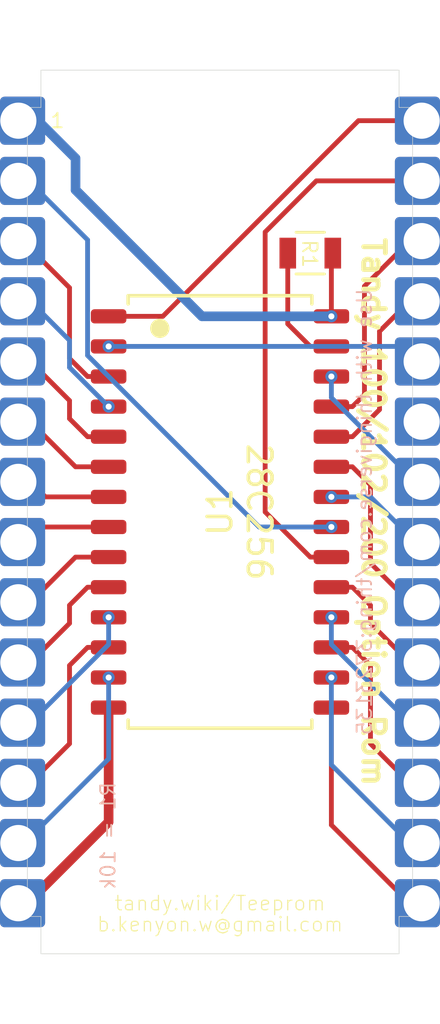
<source format=kicad_pcb>
(kicad_pcb (version 20171130) (host pcbnew 5.1.2-f72e74a~84~ubuntu19.04.1)

  (general
    (thickness 1.6)
    (drawings 18)
    (tracks 120)
    (zones 0)
    (modules 3)
    (nets 30)
  )

  (page A4)
  (layers
    (0 Top signal)
    (31 Bottom signal)
    (32 B.Adhes user)
    (33 F.Adhes user)
    (34 B.Paste user)
    (35 F.Paste user)
    (36 B.SilkS user)
    (37 F.SilkS user)
    (38 B.Mask user)
    (39 F.Mask user)
    (40 Dwgs.User user hide)
    (41 Cmts.User user hide)
    (42 Eco1.User user hide)
    (43 Eco2.User user hide)
    (44 Edge.Cuts user)
    (45 Margin user hide)
    (46 B.CrtYd user hide)
    (47 F.CrtYd user hide)
    (48 B.Fab user hide)
    (49 F.Fab user hide)
  )

  (setup
    (last_trace_width 0.2032)
    (user_trace_width 0.2032)
    (user_trace_width 0.4064)
    (trace_clearance 0.2032)
    (zone_clearance 0.508)
    (zone_45_only no)
    (trace_min 0.1524)
    (via_size 0.508)
    (via_drill 0.254)
    (via_min_size 0.508)
    (via_min_drill 0.254)
    (user_via 0.508 0.254)
    (uvia_size 0.508)
    (uvia_drill 0.254)
    (uvias_allowed no)
    (uvia_min_size 0.508)
    (uvia_min_drill 0.1524)
    (edge_width 0.0254)
    (segment_width 0.2032)
    (pcb_text_width 0.254)
    (pcb_text_size 1.2192 1.2192)
    (mod_edge_width 0.0254)
    (mod_text_size 0.4572 0.4572)
    (mod_text_width 0.0254)
    (pad_size 1.905 2.032)
    (pad_drill 1.524)
    (pad_to_mask_clearance 0)
    (aux_axis_origin 0 0)
    (grid_origin 147.2184 99.187)
    (visible_elements FFFFFF7F)
    (pcbplotparams
      (layerselection 0x010fc_ffffffff)
      (usegerberextensions false)
      (usegerberattributes false)
      (usegerberadvancedattributes false)
      (creategerberjobfile false)
      (excludeedgelayer true)
      (linewidth 0.100000)
      (plotframeref false)
      (viasonmask false)
      (mode 1)
      (useauxorigin false)
      (hpglpennumber 1)
      (hpglpenspeed 20)
      (hpglpendiameter 15.000000)
      (psnegative false)
      (psa4output false)
      (plotreference true)
      (plotvalue true)
      (plotinvisibletext false)
      (padsonsilk false)
      (subtractmaskfromsilk false)
      (outputformat 1)
      (mirror false)
      (drillshape 1)
      (scaleselection 1)
      (outputdirectory ""))
  )

  (net 0 "")
  (net 1 /+5V)
  (net 2 /D3)
  (net 3 /A10)
  (net 4 /D4)
  (net 5 /A7)
  (net 6 /D5)
  (net 7 /A6)
  (net 8 /D6)
  (net 9 /A5)
  (net 10 /D7)
  (net 11 /A4)
  (net 12 /A11)
  (net 13 /A3)
  (net 14 /~OE)
  (net 15 /A2)
  (net 16 /A13)
  (net 17 /A1)
  (net 18 "Net-(J1-Pad23)")
  (net 19 /A0)
  (net 20 /A12)
  (net 21 /D0)
  (net 22 /A9)
  (net 23 /D1)
  (net 24 /A8)
  (net 25 /D2)
  (net 26 /~CE)
  (net 27 /GND)
  (net 28 /A14)
  (net 29 /~WE)

  (net_class Default "This is the default net class."
    (clearance 0.2032)
    (trace_width 0.2032)
    (via_dia 0.508)
    (via_drill 0.254)
    (uvia_dia 0.508)
    (uvia_drill 0.254)
    (diff_pair_width 0.2032)
    (diff_pair_gap 0.254)
    (add_net /+5V)
    (add_net /A0)
    (add_net /A1)
    (add_net /A10)
    (add_net /A11)
    (add_net /A12)
    (add_net /A13)
    (add_net /A14)
    (add_net /A2)
    (add_net /A3)
    (add_net /A4)
    (add_net /A5)
    (add_net /A6)
    (add_net /A7)
    (add_net /A8)
    (add_net /A9)
    (add_net /D0)
    (add_net /D1)
    (add_net /D2)
    (add_net /D3)
    (add_net /D4)
    (add_net /D5)
    (add_net /D6)
    (add_net /D7)
    (add_net /GND)
    (add_net /~CE)
    (add_net /~OE)
    (add_net /~WE)
    (add_net "Net-(J1-Pad23)")
  )

  (module 000_LOCAL:SOIC-28W (layer Top) (tedit 5D301076) (tstamp 5D21E664)
    (at 147.2184 99.187)
    (descr "28-Lead Plastic Small Outline (SO) - Wide, 7.50 mm Body [SOIC] (see Microchip Packaging Specification 00000049BS.pdf)")
    (tags "SOIC 1.27")
    (path /5D231C6F)
    (attr smd)
    (fp_text reference U1 (at 0 0 -90) (layer F.SilkS)
      (effects (font (size 1 1) (thickness 0.15)))
    )
    (fp_text value 28C256 (at 0 1.27 180) (layer F.Fab)
      (effects (font (size 1 1) (thickness 0.15)))
    )
    (fp_circle (center -2.54 -7.747) (end -2.3368 -7.747) (layer F.SilkS) (width 0.4064))
    (fp_text user %R (at 0 0) (layer F.Fab)
      (effects (font (size 1 1) (thickness 0.15)))
    )
    (fp_line (start -2.75 -8.95) (end 3.75 -8.95) (layer F.Fab) (width 0.15))
    (fp_line (start 3.75 -8.95) (end 3.75 8.95) (layer F.Fab) (width 0.15))
    (fp_line (start 3.75 8.95) (end -3.75 8.95) (layer F.Fab) (width 0.15))
    (fp_line (start -3.75 8.95) (end -3.75 -7.95) (layer F.Fab) (width 0.15))
    (fp_line (start -3.75 -7.95) (end -2.75 -8.95) (layer F.Fab) (width 0.15))
    (fp_line (start -5.95 -9.3) (end -5.95 9.3) (layer F.CrtYd) (width 0.05))
    (fp_line (start 5.95 -9.3) (end 5.95 9.3) (layer F.CrtYd) (width 0.05))
    (fp_line (start -5.95 -9.3) (end 5.95 -9.3) (layer F.CrtYd) (width 0.05))
    (fp_line (start -5.95 9.3) (end 5.95 9.3) (layer F.CrtYd) (width 0.05))
    (fp_line (start -3.875 -9.125) (end -3.875 -8.78) (layer F.SilkS) (width 0.15))
    (fp_line (start 3.875 -9.125) (end 3.875 -8.78) (layer F.SilkS) (width 0.15))
    (fp_line (start 3.875 9.125) (end 3.875 8.78) (layer F.SilkS) (width 0.15))
    (fp_line (start -3.875 9.125) (end -3.875 8.78) (layer F.SilkS) (width 0.15))
    (fp_line (start -3.875 -9.125) (end 3.875 -9.125) (layer F.SilkS) (width 0.15))
    (fp_line (start -3.875 9.125) (end 3.875 9.125) (layer F.SilkS) (width 0.15))
    (fp_text user 28C256 (at 1.651 0 270 unlocked) (layer F.SilkS)
      (effects (font (size 1 1) (thickness 0.15)))
    )
    (pad 1 smd roundrect (at -4.7 -8.255) (size 1.5 0.6) (layers Top F.Paste F.Mask) (roundrect_rratio 0.25)
      (net 28 /A14))
    (pad 2 smd roundrect (at -4.7 -6.985) (size 1.5 0.6) (layers Top F.Paste F.Mask) (roundrect_rratio 0.25)
      (net 20 /A12))
    (pad 3 smd roundrect (at -4.7 -5.715) (size 1.5 0.6) (layers Top F.Paste F.Mask) (roundrect_rratio 0.25)
      (net 5 /A7))
    (pad 4 smd roundrect (at -4.7 -4.445) (size 1.5 0.6) (layers Top F.Paste F.Mask) (roundrect_rratio 0.25)
      (net 7 /A6))
    (pad 5 smd roundrect (at -4.7 -3.175) (size 1.5 0.6) (layers Top F.Paste F.Mask) (roundrect_rratio 0.25)
      (net 9 /A5))
    (pad 6 smd roundrect (at -4.7 -1.905) (size 1.5 0.6) (layers Top F.Paste F.Mask) (roundrect_rratio 0.25)
      (net 11 /A4))
    (pad 7 smd roundrect (at -4.7 -0.635) (size 1.5 0.6) (layers Top F.Paste F.Mask) (roundrect_rratio 0.25)
      (net 13 /A3))
    (pad 8 smd roundrect (at -4.7 0.635) (size 1.5 0.6) (layers Top F.Paste F.Mask) (roundrect_rratio 0.25)
      (net 15 /A2))
    (pad 9 smd roundrect (at -4.7 1.905) (size 1.5 0.6) (layers Top F.Paste F.Mask) (roundrect_rratio 0.25)
      (net 17 /A1))
    (pad 10 smd roundrect (at -4.7 3.175) (size 1.5 0.6) (layers Top F.Paste F.Mask) (roundrect_rratio 0.25)
      (net 19 /A0))
    (pad 11 smd roundrect (at -4.7 4.445) (size 1.5 0.6) (layers Top F.Paste F.Mask) (roundrect_rratio 0.25)
      (net 21 /D0))
    (pad 12 smd roundrect (at -4.7 5.715) (size 1.5 0.6) (layers Top F.Paste F.Mask) (roundrect_rratio 0.25)
      (net 23 /D1))
    (pad 13 smd roundrect (at -4.7 6.985) (size 1.5 0.6) (layers Top F.Paste F.Mask) (roundrect_rratio 0.25)
      (net 25 /D2))
    (pad 14 smd roundrect (at -4.7 8.255) (size 1.5 0.6) (layers Top F.Paste F.Mask) (roundrect_rratio 0.25)
      (net 27 /GND))
    (pad 15 smd roundrect (at 4.7 8.255) (size 1.5 0.6) (layers Top F.Paste F.Mask) (roundrect_rratio 0.25)
      (net 2 /D3))
    (pad 16 smd roundrect (at 4.7 6.985) (size 1.5 0.6) (layers Top F.Paste F.Mask) (roundrect_rratio 0.25)
      (net 4 /D4))
    (pad 17 smd roundrect (at 4.7 5.715) (size 1.5 0.6) (layers Top F.Paste F.Mask) (roundrect_rratio 0.25)
      (net 6 /D5))
    (pad 18 smd roundrect (at 4.7 4.445) (size 1.5 0.6) (layers Top F.Paste F.Mask) (roundrect_rratio 0.25)
      (net 8 /D6))
    (pad 19 smd roundrect (at 4.7 3.175) (size 1.5 0.6) (layers Top F.Paste F.Mask) (roundrect_rratio 0.25)
      (net 10 /D7))
    (pad 20 smd roundrect (at 4.7 1.905) (size 1.5 0.6) (layers Top F.Paste F.Mask) (roundrect_rratio 0.25)
      (net 26 /~CE))
    (pad 21 smd roundrect (at 4.7 0.635) (size 1.5 0.6) (layers Top F.Paste F.Mask) (roundrect_rratio 0.25)
      (net 3 /A10))
    (pad 22 smd roundrect (at 4.7 -0.635) (size 1.5 0.6) (layers Top F.Paste F.Mask) (roundrect_rratio 0.25)
      (net 14 /~OE))
    (pad 23 smd roundrect (at 4.7 -1.905) (size 1.5 0.6) (layers Top F.Paste F.Mask) (roundrect_rratio 0.25)
      (net 12 /A11))
    (pad 24 smd roundrect (at 4.7 -3.175) (size 1.5 0.6) (layers Top F.Paste F.Mask) (roundrect_rratio 0.25)
      (net 22 /A9))
    (pad 25 smd roundrect (at 4.7 -4.445) (size 1.5 0.6) (layers Top F.Paste F.Mask) (roundrect_rratio 0.25)
      (net 24 /A8))
    (pad 26 smd roundrect (at 4.7 -5.715) (size 1.5 0.6) (layers Top F.Paste F.Mask) (roundrect_rratio 0.25)
      (net 16 /A13))
    (pad 27 smd roundrect (at 4.7 -6.985) (size 1.5 0.6) (layers Top F.Paste F.Mask) (roundrect_rratio 0.25)
      (net 29 /~WE))
    (pad 28 smd roundrect (at 4.7 -8.255) (size 1.5 0.6) (layers Top F.Paste F.Mask) (roundrect_rratio 0.25)
      (net 1 /+5V))
    (model ${KISYS3DMOD}/Package_SO.3dshapes/SOIC-28W_7.5x17.9mm_P1.27mm.step
      (at (xyz 0 0 0))
      (scale (xyz 1 1 1))
      (rotate (xyz 0 0 0))
    )
  )

  (module 000_LOCAL:Molex_50-39-5288 locked (layer Top) (tedit 5D3005BE) (tstamp 5D1FE978)
    (at 147.2184 99.187)
    (descr "28-lead though-hole mounted DIP package, row spacing 15.24 mm (600 mils), LongPads")
    (tags "THT DIP DIL PDIP 2.54mm 15.24mm 600mil LongPads")
    (path /5D22BA58)
    (fp_text reference J1 (at 7.6454 15.5194 -90) (layer Dwgs.User) hide
      (effects (font (size 1.2065 1.2065) (thickness 0.127)) (justify left bottom))
    )
    (fp_text value Molex_DIP28_edge_contacts (at 10.7061 7.6327 -90) (layer F.Fab) hide
      (effects (font (size 1.2065 1.2065) (thickness 0.1016)) (justify left bottom))
    )
    (fp_text user thingiverse.com/thing:3723135 (at 0 14) (layer Eco2.User)
      (effects (font (size 0.2 0.2) (thickness 0.01)))
    )
    (fp_text user "back components & legs" (at -1.25 10.25) (layer Dwgs.User)
      (effects (font (size 0.2 0.2) (thickness 0.01)))
    )
    (fp_line (start -6.25 10) (end -3.25 10) (layer Dwgs.User) (width 0.01))
    (fp_line (start -6.25 10) (end -6 10.25) (layer Dwgs.User) (width 0.01))
    (fp_line (start -6 9.75) (end -6.25 10) (layer Dwgs.User) (width 0.01))
    (fp_text user "12.5x36x1.3mm pocket" (at -1.25 10) (layer Dwgs.User)
      (effects (font (size 0.2 0.2) (thickness 0.01)))
    )
    (fp_line (start -6.25 -18) (end -6.25 18) (layer Dwgs.User) (width 0.01))
    (fp_line (start 6.25 -18) (end -6.25 -18) (layer Dwgs.User) (width 0.01))
    (fp_line (start 6.25 18) (end 6.25 -18) (layer Dwgs.User) (width 0.01))
    (fp_line (start -6.25 18) (end 6.25 18) (layer Dwgs.User) (width 0.01))
    (fp_line (start 7.5565 -17.0688) (end 8.128 -17.0688) (layer Eco2.User) (width 0.01))
    (fp_line (start 7.5565 -18.6436) (end 7.5565 -17.0688) (layer Eco2.User) (width 0.01))
    (fp_line (start -7.5565 -18.6436) (end 7.5565 -18.6436) (layer Eco2.User) (width 0.01))
    (fp_line (start -7.5565 -17.0688) (end -7.5565 -18.6436) (layer Eco2.User) (width 0.01))
    (fp_line (start -8.128 -17.0688) (end -7.5565 -17.0688) (layer Eco2.User) (width 0.01))
    (fp_line (start 7.5565 17.0688) (end 8.128 17.0688) (layer Eco2.User) (width 0.01))
    (fp_line (start -7.5565 17.0688) (end -8.128 17.0688) (layer Eco2.User) (width 0.01))
    (fp_line (start -7.5565 18.6436) (end -7.5565 17.0688) (layer Eco2.User) (width 0.01))
    (fp_line (start 7.5565 18.6436) (end 7.5565 17.0688) (layer Eco2.User) (width 0.01))
    (fp_line (start -7.5565 18.6436) (end 7.5565 18.6436) (layer Eco2.User) (width 0.01))
    (fp_text user "not the actual final dimansions in some places." (at 0.15 16.875) (layer Dwgs.User)
      (effects (font (size 0.2 0.2) (thickness 0.01)))
    )
    (fp_text user "including allowance for 0.034\" mill radius," (at 0.125 16.325) (layer Dwgs.User)
      (effects (font (size 0.2 0.2) (thickness 0.01)))
    )
    (fp_text user "Edge cuts reflect the necessary router path," (at 0.1 15.675) (layer Dwgs.User)
      (effects (font (size 0.2 0.2) (thickness 0.01)))
    )
    (fp_text user "Eco1.User is Edge.Cuts for use without carrier." (at -0.0298 12.25) (layer Eco1.User)
      (effects (font (size 0.2 0.2) (thickness 0.01)))
    )
    (fp_line (start -8.128 -19.05) (end -0.762 -19.05) (layer Eco1.User) (width 0.0254))
    (fp_arc (start 8.4201 -17.9324) (end 7.5565 -17.9324) (angle -90) (layer Dwgs.User) (width 0.00508))
    (fp_arc (start -8.4201 -17.9324) (end -8.4201 -17.0688) (angle -90) (layer Dwgs.User) (width 0.00508))
    (fp_arc (start 8.4201 17.9324) (end 8.4201 17.0688) (angle -90) (layer Dwgs.User) (width 0.00508))
    (fp_arc (start -8.4201 17.9324) (end -7.5565 17.9324) (angle -90) (layer Dwgs.User) (width 0.00508))
    (fp_text user "Eco2.User is Edge.Cuts for use with" (at 0.075 13.5) (layer Eco2.User)
      (effects (font (size 0.2 0.2) (thickness 0.01)))
    )
    (fp_line (start -8.128 -17.0688) (end -8.128 17.0688) (layer Eco2.User) (width 0.01))
    (fp_line (start 8.128 17.0688) (end 8.128 -17.0688) (layer Eco2.User) (width 0.01))
    (fp_line (start -8.128 19.05) (end 8.128 -19.05) (layer Dwgs.User) (width 0.01))
    (fp_line (start -8.128 -19.05) (end 8.128 19.05) (layer Dwgs.User) (width 0.01))
    (fp_line (start 8.128 19.05) (end 8.128 -19.05) (layer Eco1.User) (width 0.0254))
    (fp_line (start -8.128 19.05) (end -8.128 -19.05) (layer Eco1.User) (width 0.0254))
    (fp_arc (start 1.6256 -19.9136) (end 0.762 -19.9136) (angle -90) (layer Dwgs.User) (width 0.00508))
    (fp_arc (start -1.6256 -19.9136) (end -1.6256 -19.05) (angle -90) (layer Dwgs.User) (width 0.00508))
    (fp_arc (start 2.1717 19.9136) (end 3.0353 19.9136) (angle -90) (layer Dwgs.User) (width 0.00508))
    (fp_arc (start 5.4229 19.9136) (end 5.4229 19.05) (angle -90) (layer Dwgs.User) (width 0.00508))
    (fp_arc (start -2.1717 19.9136) (end -2.1717 19.05) (angle -90) (layer Dwgs.User) (width 0.00508))
    (fp_arc (start -5.4229 19.9136) (end -4.5593 19.9136) (angle -90) (layer Dwgs.User) (width 0.00508))
    (fp_line (start 3.0353 19.05) (end -3.0353 19.05) (layer Eco1.User) (width 0.0254))
    (fp_line (start 3.0353 21.59) (end 3.0353 19.05) (layer Eco1.User) (width 0.0254))
    (fp_line (start 4.5593 21.59) (end 3.0353 21.59) (layer Eco1.User) (width 0.0254))
    (fp_line (start 4.5593 19.05) (end 4.5593 21.59) (layer Eco1.User) (width 0.0254))
    (fp_line (start -3.0353 21.59) (end -3.0353 19.05) (layer Eco1.User) (width 0.0254))
    (fp_line (start -4.5593 21.59) (end -3.0353 21.59) (layer Eco1.User) (width 0.0254))
    (fp_line (start -4.5593 19.05) (end -4.5593 21.59) (layer Eco1.User) (width 0.0254))
    (fp_line (start 0.762 -21.59) (end 0.762 -19.05) (layer Eco1.User) (width 0.0254))
    (fp_line (start -0.762 -21.59) (end 0.762 -21.59) (layer Eco1.User) (width 0.0254))
    (fp_line (start -0.762 -19.05) (end -0.762 -21.59) (layer Eco1.User) (width 0.0254))
    (fp_arc (start -4.699 -19.05) (end -5.842 -19.05) (angle -180) (layer Dwgs.User) (width 0.0254))
    (fp_line (start 0.762 -19.05) (end 8.128 -19.05) (layer Eco1.User) (width 0.0254))
    (fp_line (start -4.5593 19.05) (end -8.128 19.05) (layer Eco1.User) (width 0.0254))
    (fp_line (start 8.128 19.05) (end 4.5593 19.05) (layer Eco1.User) (width 0.0254))
    (pad "" np_thru_hole circle (at -3.4 -14.53) (size 2.8 2.8) (drill 2.8) (layers *.Cu *.Mask))
    (pad 1 thru_hole roundrect (at -8.509 -16.51) (size 1.905 2.032) (drill 1.524 (offset 0.1778 0)) (layers *.Cu *.Mask) (roundrect_rratio 0.1)
      (net 1 /+5V) (solder_mask_margin -0.3556))
    (pad 15 thru_hole roundrect (at 8.509 16.51 180) (size 1.905 2.032) (drill 1.524 (offset 0.1778 0)) (layers *.Cu *.Mask) (roundrect_rratio 0.1)
      (net 2 /D3) (solder_mask_margin -0.3556))
    (pad 2 thru_hole roundrect (at -8.509 -13.97) (size 1.905 2.032) (drill 1.524 (offset 0.1778 0)) (layers *.Cu *.Mask) (roundrect_rratio 0.1)
      (net 3 /A10) (solder_mask_margin -0.3556))
    (pad 16 thru_hole roundrect (at 8.509 13.97 180) (size 1.905 2.032) (drill 1.524 (offset 0.1778 0)) (layers *.Cu *.Mask) (roundrect_rratio 0.1)
      (net 4 /D4) (solder_mask_margin -0.3556))
    (pad 3 thru_hole roundrect (at -8.509 -11.43) (size 1.905 2.032) (drill 1.524 (offset 0.1778 0)) (layers *.Cu *.Mask) (roundrect_rratio 0.1)
      (net 5 /A7) (solder_mask_margin -0.3556))
    (pad 17 thru_hole roundrect (at 8.509 11.43 180) (size 1.905 2.032) (drill 1.524 (offset 0.1778 0)) (layers *.Cu *.Mask) (roundrect_rratio 0.1)
      (net 6 /D5) (solder_mask_margin -0.3556))
    (pad 4 thru_hole roundrect (at -8.509 -8.89) (size 1.905 2.032) (drill 1.524 (offset 0.1778 0)) (layers *.Cu *.Mask) (roundrect_rratio 0.1)
      (net 7 /A6) (solder_mask_margin -0.3556))
    (pad 18 thru_hole roundrect (at 8.509 8.89 180) (size 1.905 2.032) (drill 1.524 (offset 0.1778 0)) (layers *.Cu *.Mask) (roundrect_rratio 0.1)
      (net 8 /D6) (solder_mask_margin -0.3556))
    (pad 5 thru_hole roundrect (at -8.509 -6.35) (size 1.905 2.032) (drill 1.524 (offset 0.1778 0)) (layers *.Cu *.Mask) (roundrect_rratio 0.1)
      (net 9 /A5) (solder_mask_margin -0.3556))
    (pad 19 thru_hole roundrect (at 8.509 6.35 180) (size 1.905 2.032) (drill 1.524 (offset 0.1778 0)) (layers *.Cu *.Mask) (roundrect_rratio 0.1)
      (net 10 /D7) (solder_mask_margin -0.3556))
    (pad 6 thru_hole roundrect (at -8.509 -3.81) (size 1.905 2.032) (drill 1.524 (offset 0.1778 0)) (layers *.Cu *.Mask) (roundrect_rratio 0.1)
      (net 11 /A4) (solder_mask_margin -0.3556))
    (pad 20 thru_hole roundrect (at 8.509 3.81 180) (size 1.905 2.032) (drill 1.524 (offset 0.1778 0)) (layers *.Cu *.Mask) (roundrect_rratio 0.1)
      (net 12 /A11) (solder_mask_margin -0.3556))
    (pad 7 thru_hole roundrect (at -8.509 -1.27) (size 1.905 2.032) (drill 1.524 (offset 0.1778 0)) (layers *.Cu *.Mask) (roundrect_rratio 0.1)
      (net 13 /A3) (solder_mask_margin -0.3556))
    (pad 21 thru_hole roundrect (at 8.509 1.27 180) (size 1.905 2.032) (drill 1.524 (offset 0.1778 0)) (layers *.Cu *.Mask) (roundrect_rratio 0.1)
      (net 14 /~OE) (solder_mask_margin -0.3556))
    (pad 8 thru_hole roundrect (at -8.509 1.27) (size 1.905 2.032) (drill 1.524 (offset 0.1778 0)) (layers *.Cu *.Mask) (roundrect_rratio 0.1)
      (net 15 /A2) (solder_mask_margin -0.3556))
    (pad 22 thru_hole roundrect (at 8.509 -1.27 180) (size 1.905 2.032) (drill 1.524 (offset 0.1778 0)) (layers *.Cu *.Mask) (roundrect_rratio 0.1)
      (net 16 /A13) (solder_mask_margin -0.3556))
    (pad 9 thru_hole roundrect (at -8.509 3.81) (size 1.905 2.032) (drill 1.524 (offset 0.1778 0)) (layers *.Cu *.Mask) (roundrect_rratio 0.1)
      (net 17 /A1) (solder_mask_margin -0.3556))
    (pad 23 thru_hole roundrect (at 8.509 -3.81 180) (size 1.905 2.032) (drill 1.524 (offset 0.1778 0)) (layers *.Cu *.Mask) (roundrect_rratio 0.1)
      (net 18 "Net-(J1-Pad23)") (solder_mask_margin -0.3556))
    (pad 10 thru_hole roundrect (at -8.509 6.35) (size 1.905 2.032) (drill 1.524 (offset 0.1778 0)) (layers *.Cu *.Mask) (roundrect_rratio 0.1)
      (net 19 /A0) (solder_mask_margin -0.3556))
    (pad 24 thru_hole roundrect (at 8.509 -6.35 180) (size 1.905 2.032) (drill 1.524 (offset 0.1778 0)) (layers *.Cu *.Mask) (roundrect_rratio 0.1)
      (net 20 /A12) (solder_mask_margin -0.3556))
    (pad 11 thru_hole roundrect (at -8.509 8.89) (size 1.905 2.032) (drill 1.524 (offset 0.1778 0)) (layers *.Cu *.Mask) (roundrect_rratio 0.1)
      (net 21 /D0) (solder_mask_margin -0.3556))
    (pad 25 thru_hole roundrect (at 8.509 -8.89 180) (size 1.905 2.032) (drill 1.524 (offset 0.1778 0)) (layers *.Cu *.Mask) (roundrect_rratio 0.1)
      (net 22 /A9) (solder_mask_margin -0.3556))
    (pad 12 thru_hole roundrect (at -8.509 11.43) (size 1.905 2.032) (drill 1.524 (offset 0.1778 0)) (layers *.Cu *.Mask) (roundrect_rratio 0.1)
      (net 23 /D1) (solder_mask_margin -0.3556))
    (pad 26 thru_hole roundrect (at 8.509 -11.43 180) (size 1.905 2.032) (drill 1.524 (offset 0.1778 0)) (layers *.Cu *.Mask) (roundrect_rratio 0.1)
      (net 24 /A8) (solder_mask_margin -0.3556))
    (pad 13 thru_hole roundrect (at -8.509 13.97) (size 1.905 2.032) (drill 1.524 (offset 0.1778 0)) (layers *.Cu *.Mask) (roundrect_rratio 0.1)
      (net 25 /D2) (solder_mask_margin -0.3556))
    (pad 27 thru_hole roundrect (at 8.509 -13.97 180) (size 1.905 2.032) (drill 1.524 (offset 0.1778 0)) (layers *.Cu *.Mask) (roundrect_rratio 0.1)
      (net 26 /~CE) (solder_mask_margin -0.3556))
    (pad 14 thru_hole roundrect (at -8.509 16.51) (size 1.905 2.032) (drill 1.524 (offset 0.1778 0)) (layers *.Cu *.Mask) (roundrect_rratio 0.1)
      (net 27 /GND) (solder_mask_margin -0.3556))
    (pad 28 thru_hole roundrect (at 8.509 -16.51 180) (size 1.905 2.032) (drill 1.524 (offset 0.1778 0)) (layers *.Cu *.Mask) (roundrect_rratio 0.1)
      (net 28 /A14) (solder_mask_margin -0.3556))
    (model ${KIPRJMOD}/000_LOCAL.pretty/3d/option_rom_pcb_carrier.step
      (offset (xyz 0 0 -4.14))
      (scale (xyz 1 1 1))
      (rotate (xyz 0 0 -90))
    )
  )

  (module Resistors_SMD:R_0805 (layer Top) (tedit 58E0A804) (tstamp 5D22C129)
    (at 151.0284 88.265)
    (descr "Resistor SMD 0805, reflow soldering, Vishay (see dcrcw.pdf)")
    (tags "resistor 0805")
    (path /5D2BF7AB)
    (attr smd)
    (fp_text reference R1 (at -0.0254 0.0254 -90 unlocked) (layer F.SilkS)
      (effects (font (size 0.6096 0.6096) (thickness 0.0762)))
    )
    (fp_text value 10k (at 0 1.75) (layer F.Fab)
      (effects (font (size 1 1) (thickness 0.15)))
    )
    (fp_text user %R (at 0 0) (layer F.Fab)
      (effects (font (size 0.5 0.5) (thickness 0.075)))
    )
    (fp_line (start -1 0.62) (end -1 -0.62) (layer F.Fab) (width 0.1))
    (fp_line (start 1 0.62) (end -1 0.62) (layer F.Fab) (width 0.1))
    (fp_line (start 1 -0.62) (end 1 0.62) (layer F.Fab) (width 0.1))
    (fp_line (start -1 -0.62) (end 1 -0.62) (layer F.Fab) (width 0.1))
    (fp_line (start 0.6 0.88) (end -0.6 0.88) (layer F.SilkS) (width 0.12))
    (fp_line (start -0.6 -0.88) (end 0.6 -0.88) (layer F.SilkS) (width 0.12))
    (fp_line (start -1.55 -0.9) (end 1.55 -0.9) (layer F.CrtYd) (width 0.05))
    (fp_line (start -1.55 -0.9) (end -1.55 0.9) (layer F.CrtYd) (width 0.05))
    (fp_line (start 1.55 0.9) (end 1.55 -0.9) (layer F.CrtYd) (width 0.05))
    (fp_line (start 1.55 0.9) (end -1.55 0.9) (layer F.CrtYd) (width 0.05))
    (pad 1 smd rect (at -0.95 0) (size 0.7 1.3) (layers Top F.Paste F.Mask)
      (net 29 /~WE))
    (pad 2 smd rect (at 0.95 0) (size 0.7 1.3) (layers Top F.Paste F.Mask)
      (net 1 /+5V))
    (model ${KISYS3DMOD}/Resistors_SMD.3dshapes/R_0805.wrl
      (at (xyz 0 0 0))
      (scale (xyz 1 1 1))
      (rotate (xyz 0 0 0))
    )
    (model ${KISYS3DMOD}/Resistor_SMD.3dshapes/R_0805_2012Metric.step
      (at (xyz 0 0 0))
      (scale (xyz 1 1 1))
      (rotate (xyz 0 0 0))
    )
  )

  (gr_line (start 154.7749 82.1182) (end 155.3464 82.1182) (layer Edge.Cuts) (width 0.0254) (tstamp 5D30161A))
  (gr_line (start 154.7749 80.5434) (end 154.7749 82.1182) (layer Edge.Cuts) (width 0.0254))
  (gr_line (start 139.6619 80.5434) (end 154.7749 80.5434) (layer Edge.Cuts) (width 0.0254))
  (gr_line (start 139.6619 82.1182) (end 139.6619 80.5434) (layer Edge.Cuts) (width 0.0254))
  (gr_line (start 139.0904 82.1182) (end 139.6619 82.1182) (layer Edge.Cuts) (width 0.0254))
  (gr_line (start 154.7749 116.2558) (end 155.3464 116.2558) (layer Edge.Cuts) (width 0.0254) (tstamp 5D301619))
  (gr_line (start 154.7749 117.8306) (end 154.7749 116.2558) (layer Edge.Cuts) (width 0.0254))
  (gr_line (start 139.6619 117.8306) (end 154.7749 117.8306) (layer Edge.Cuts) (width 0.0254))
  (gr_line (start 139.6619 116.2558) (end 139.6619 117.8306) (layer Edge.Cuts) (width 0.0254))
  (gr_line (start 139.0904 116.2558) (end 139.6619 116.2558) (layer Edge.Cuts) (width 0.0254))
  (gr_text "Use with thingiverse.com/thing:3723135" (at 153.3144 99.187 -270) (layer B.SilkS)
    (effects (font (size 0.6096 0.6096) (thickness 0.0762)) (justify mirror))
  )
  (gr_text b.kenyon.w@gmail.com (at 147.2184 116.586) (layer F.SilkS)
    (effects (font (size 0.6096 0.6096) (thickness 0.0508)))
  )
  (gr_text tandy.wiki/Teeprom (at 147.2184 115.697) (layer F.SilkS)
    (effects (font (size 0.6096 0.6096) (thickness 0.0508)))
  )
  (gr_text "Tandy 100/102/200 Option Rom" (at 153.6954 99.187 -90) (layer F.SilkS)
    (effects (font (size 0.9144 0.9144) (thickness 0.2032)))
  )
  (gr_text "R1 = 10k" (at 142.494 112.8522 -270) (layer B.SilkS)
    (effects (font (size 0.6096 0.6096) (thickness 0.0762)) (justify mirror))
  )
  (gr_line (start 155.3464 82.1182) (end 155.3464 116.2558) (layer Edge.Cuts) (width 0.0254) (tstamp B2535330))
  (gr_text 1 (at 140.3604 82.677) (layer F.SilkS)
    (effects (font (size 0.6096 0.6096) (thickness 0.0762)))
  )
  (gr_line (start 139.0904 116.2558) (end 139.0904 82.1182) (layer Edge.Cuts) (width 0.0254) (tstamp 5D07FE36))

  (via (at 151.9184 90.932) (size 0.508) (drill 0.254) (layers Top Bottom) (net 1))
  (segment (start 151.9184 88.325) (end 151.9784 88.265) (width 0.2032) (layer Top) (net 1))
  (segment (start 151.9184 90.932) (end 151.9184 88.325) (width 0.2032) (layer Top) (net 1))
  (segment (start 138.7094 82.677) (end 139.4587 82.677) (width 0.4064) (layer Bottom) (net 1))
  (segment (start 139.5349 82.677) (end 141.1224 84.2645) (width 0.4064) (layer Bottom) (net 1))
  (segment (start 138.7094 82.677) (end 139.5349 82.677) (width 0.4064) (layer Bottom) (net 1))
  (segment (start 141.1224 84.2645) (end 141.1224 85.598) (width 0.4064) (layer Bottom) (net 1))
  (segment (start 146.4564 90.932) (end 151.9184 90.932) (width 0.4064) (layer Bottom) (net 1))
  (segment (start 141.1224 85.598) (end 146.4564 90.932) (width 0.4064) (layer Bottom) (net 1))
  (segment (start 155.7274 115.697) (end 155.2194 115.697) (width 0.2032) (layer Top) (net 2))
  (segment (start 151.9184 112.396) (end 151.9184 107.442) (width 0.2032) (layer Top) (net 2))
  (segment (start 155.2194 115.697) (end 151.9184 112.396) (width 0.2032) (layer Top) (net 2))
  (via (at 151.9184 99.822) (size 0.508) (drill 0.254) (layers Top Bottom) (net 3))
  (segment (start 139.1412 85.217) (end 138.7094 85.217) (width 0.2032) (layer Bottom) (net 3))
  (segment (start 141.6304 87.7062) (end 139.1412 85.217) (width 0.2032) (layer Bottom) (net 3))
  (segment (start 141.6304 92.583) (end 141.6304 87.7062) (width 0.2032) (layer Bottom) (net 3))
  (segment (start 151.9184 99.822) (end 148.8694 99.822) (width 0.2032) (layer Bottom) (net 3))
  (segment (start 148.8694 99.822) (end 141.6304 92.583) (width 0.2032) (layer Bottom) (net 3))
  (via (at 151.9174 106.172) (size 0.508) (drill 0.254) (layers Top Bottom) (net 4))
  (segment (start 155.7274 113.157) (end 155.2194 113.157) (width 0.2032) (layer Bottom) (net 4))
  (segment (start 151.9174 109.855) (end 151.9174 106.172) (width 0.2032) (layer Bottom) (net 4))
  (segment (start 155.2194 113.157) (end 151.9174 109.855) (width 0.2032) (layer Bottom) (net 4))
  (segment (start 141.6304 93.472) (end 142.5184 93.472) (width 0.2032) (layer Top) (net 5))
  (segment (start 140.8684 92.71) (end 141.6304 93.472) (width 0.2032) (layer Top) (net 5))
  (segment (start 140.8684 89.7255) (end 140.8684 92.71) (width 0.2032) (layer Top) (net 5))
  (segment (start 138.7094 87.757) (end 138.8999 87.757) (width 0.2032) (layer Top) (net 5))
  (segment (start 138.8999 87.757) (end 140.8684 89.7255) (width 0.2032) (layer Top) (net 5))
  (segment (start 152.8064 104.902) (end 151.9184 104.902) (width 0.2032) (layer Top) (net 6))
  (segment (start 153.5684 105.664) (end 152.8064 104.902) (width 0.2032) (layer Top) (net 6))
  (segment (start 155.7274 110.617) (end 155.2194 110.617) (width 0.2032) (layer Top) (net 6))
  (segment (start 153.5684 108.966) (end 153.5684 105.664) (width 0.2032) (layer Top) (net 6))
  (segment (start 155.2194 110.617) (end 153.5684 108.966) (width 0.2032) (layer Top) (net 6))
  (via (at 142.5194 94.742) (size 0.508) (drill 0.254) (layers Top Bottom) (net 7))
  (segment (start 140.8684 93.091) (end 142.5194 94.742) (width 0.2032) (layer Bottom) (net 7))
  (segment (start 140.8684 91.948) (end 140.8684 93.091) (width 0.2032) (layer Bottom) (net 7))
  (segment (start 138.7094 90.297) (end 139.2174 90.297) (width 0.2032) (layer Bottom) (net 7))
  (segment (start 139.2174 90.297) (end 140.8684 91.948) (width 0.2032) (layer Bottom) (net 7))
  (via (at 151.9174 103.632) (size 0.508) (drill 0.254) (layers Top Bottom) (net 8))
  (segment (start 155.7274 108.077) (end 155.2194 108.077) (width 0.2032) (layer Bottom) (net 8))
  (segment (start 151.9174 104.775) (end 151.9174 103.632) (width 0.2032) (layer Bottom) (net 8))
  (segment (start 155.2194 108.077) (end 151.9174 104.775) (width 0.2032) (layer Bottom) (net 8))
  (segment (start 140.8684 95.25) (end 141.6304 96.012) (width 0.2032) (layer Top) (net 9))
  (segment (start 140.8684 94.488) (end 140.8684 95.25) (width 0.2032) (layer Top) (net 9))
  (segment (start 141.6304 96.012) (end 142.5184 96.012) (width 0.2032) (layer Top) (net 9))
  (segment (start 138.7094 92.837) (end 139.2174 92.837) (width 0.2032) (layer Top) (net 9))
  (segment (start 139.2174 92.837) (end 140.8684 94.488) (width 0.2032) (layer Top) (net 9))
  (segment (start 153.5684 103.124) (end 152.8064 102.362) (width 0.2032) (layer Top) (net 10))
  (segment (start 152.8064 102.362) (end 151.9184 102.362) (width 0.2032) (layer Top) (net 10))
  (segment (start 153.5684 103.886) (end 153.5684 103.124) (width 0.2032) (layer Top) (net 10))
  (segment (start 155.7274 105.537) (end 155.2194 105.537) (width 0.2032) (layer Top) (net 10))
  (segment (start 155.2194 105.537) (end 153.5684 103.886) (width 0.2032) (layer Top) (net 10))
  (segment (start 138.7094 95.377) (end 139.2174 95.377) (width 0.2032) (layer Top) (net 11))
  (segment (start 141.1224 97.282) (end 142.5184 97.282) (width 0.2032) (layer Top) (net 11))
  (segment (start 139.2174 95.377) (end 141.1224 97.282) (width 0.2032) (layer Top) (net 11))
  (segment (start 153.5684 98.044) (end 152.8064 97.282) (width 0.2032) (layer Top) (net 12))
  (segment (start 153.5684 101.346) (end 153.5684 98.044) (width 0.2032) (layer Top) (net 12))
  (segment (start 155.7274 102.997) (end 155.2194 102.997) (width 0.2032) (layer Top) (net 12))
  (segment (start 152.8064 97.282) (end 151.9184 97.282) (width 0.2032) (layer Top) (net 12))
  (segment (start 155.2194 102.997) (end 153.5684 101.346) (width 0.2032) (layer Top) (net 12))
  (segment (start 138.7094 97.917) (end 139.2174 97.917) (width 0.2032) (layer Top) (net 13))
  (segment (start 139.8524 98.552) (end 142.5184 98.552) (width 0.2032) (layer Top) (net 13))
  (segment (start 139.2174 97.917) (end 139.8524 98.552) (width 0.2032) (layer Top) (net 13))
  (via (at 151.9184 98.552) (size 0.508) (drill 0.254) (layers Top Bottom) (net 14))
  (segment (start 155.4734 100.457) (end 155.66391 100.457) (width 0.2032) (layer Bottom) (net 14))
  (segment (start 151.9184 98.552) (end 153.5684 98.552) (width 0.2032) (layer Bottom) (net 14))
  (segment (start 153.5684 98.552) (end 155.4734 100.457) (width 0.2032) (layer Bottom) (net 14))
  (segment (start 139.3444 99.822) (end 142.5184 99.822) (width 0.2032) (layer Top) (net 15))
  (segment (start 138.7094 100.457) (end 139.3444 99.822) (width 0.2032) (layer Top) (net 15))
  (via (at 151.9184 93.472) (size 0.508) (drill 0.254) (layers Top Bottom) (net 16))
  (segment (start 155.4734 97.917) (end 155.7274 97.917) (width 0.2032) (layer Bottom) (net 16))
  (segment (start 151.9184 93.472) (end 151.9184 94.362) (width 0.2032) (layer Bottom) (net 16))
  (segment (start 151.9184 94.362) (end 155.4734 97.917) (width 0.2032) (layer Bottom) (net 16))
  (segment (start 138.7094 102.997) (end 139.2174 102.997) (width 0.2032) (layer Top) (net 17))
  (segment (start 141.1224 101.092) (end 142.5184 101.092) (width 0.2032) (layer Top) (net 17))
  (segment (start 139.2174 102.997) (end 141.1224 101.092) (width 0.2032) (layer Top) (net 17))
  (segment (start 140.8684 103.124) (end 141.6304 102.362) (width 0.2032) (layer Top) (net 19))
  (segment (start 138.7094 105.537) (end 139.2174 105.537) (width 0.2032) (layer Top) (net 19))
  (segment (start 141.6304 102.362) (end 142.5184 102.362) (width 0.2032) (layer Top) (net 19))
  (segment (start 140.8684 103.886) (end 140.8684 103.124) (width 0.2032) (layer Top) (net 19))
  (segment (start 139.2174 105.537) (end 140.8684 103.886) (width 0.2032) (layer Top) (net 19))
  (via (at 142.5184 92.202) (size 0.508) (drill 0.254) (layers Top Bottom) (net 20))
  (segment (start 155.0924 92.202) (end 155.7274 92.837) (width 0.2032) (layer Bottom) (net 20))
  (segment (start 142.5184 92.202) (end 155.0924 92.202) (width 0.2032) (layer Bottom) (net 20))
  (via (at 142.5194 103.632) (size 0.508) (drill 0.254) (layers Top Bottom) (net 21))
  (segment (start 138.7094 108.077) (end 139.2174 108.077) (width 0.2032) (layer Bottom) (net 21))
  (segment (start 142.5194 104.775) (end 142.5194 103.632) (width 0.2032) (layer Bottom) (net 21))
  (segment (start 139.2174 108.077) (end 142.5194 104.775) (width 0.2032) (layer Bottom) (net 21))
  (segment (start 152.8064 96.012) (end 151.9184 96.012) (width 0.2032) (layer Top) (net 22))
  (segment (start 153.9494 94.869) (end 152.8064 96.012) (width 0.2032) (layer Top) (net 22))
  (segment (start 155.7274 90.297) (end 155.2194 90.297) (width 0.2032) (layer Top) (net 22))
  (segment (start 153.9494 91.567) (end 153.9494 94.869) (width 0.2032) (layer Top) (net 22))
  (segment (start 155.2194 90.297) (end 153.9494 91.567) (width 0.2032) (layer Top) (net 22))
  (segment (start 141.6304 104.902) (end 142.5184 104.902) (width 0.2032) (layer Top) (net 23))
  (segment (start 140.8684 105.664) (end 141.6304 104.902) (width 0.2032) (layer Top) (net 23))
  (segment (start 140.8684 108.966) (end 140.8684 105.664) (width 0.2032) (layer Top) (net 23))
  (segment (start 138.7094 110.617) (end 139.2174 110.617) (width 0.2032) (layer Top) (net 23))
  (segment (start 139.2174 110.617) (end 140.8684 108.966) (width 0.2032) (layer Top) (net 23))
  (segment (start 153.3144 94.234) (end 152.8064 94.742) (width 0.2032) (layer Top) (net 24))
  (segment (start 155.7274 87.757) (end 155.2194 87.757) (width 0.2032) (layer Top) (net 24))
  (segment (start 152.8064 94.742) (end 151.9184 94.742) (width 0.2032) (layer Top) (net 24))
  (segment (start 153.3144 89.662) (end 153.3144 94.234) (width 0.2032) (layer Top) (net 24))
  (segment (start 155.2194 87.757) (end 153.3144 89.662) (width 0.2032) (layer Top) (net 24))
  (via (at 142.5194 106.172) (size 0.508) (drill 0.254) (layers Top Bottom) (net 25))
  (segment (start 142.5194 109.601) (end 142.5194 106.172) (width 0.2032) (layer Bottom) (net 25))
  (segment (start 138.7094 113.157) (end 138.9634 113.157) (width 0.2032) (layer Bottom) (net 25))
  (segment (start 138.9634 113.157) (end 142.5194 109.601) (width 0.2032) (layer Bottom) (net 25))
  (segment (start 149.1234 99.187) (end 151.0284 101.092) (width 0.2032) (layer Top) (net 26))
  (segment (start 149.1234 87.376) (end 149.1234 99.187) (width 0.2032) (layer Top) (net 26))
  (segment (start 151.0284 101.092) (end 151.9184 101.092) (width 0.2032) (layer Top) (net 26))
  (segment (start 155.7274 85.217) (end 151.2824 85.217) (width 0.2032) (layer Top) (net 26))
  (segment (start 151.2824 85.217) (end 149.1234 87.376) (width 0.2032) (layer Top) (net 26))
  (segment (start 142.5184 112.269) (end 142.5184 107.442) (width 0.4064) (layer Top) (net 27))
  (segment (start 138.7094 115.697) (end 139.0904 115.697) (width 0.4064) (layer Top) (net 27))
  (segment (start 139.0904 115.697) (end 142.5184 112.269) (width 0.4064) (layer Top) (net 27))
  (segment (start 144.8054 90.932) (end 142.5184 90.932) (width 0.2032) (layer Top) (net 28))
  (segment (start 155.7274 82.677) (end 153.0604 82.677) (width 0.2032) (layer Top) (net 28))
  (segment (start 153.0604 82.677) (end 144.8054 90.932) (width 0.2032) (layer Top) (net 28))
  (segment (start 150.0784 91.252) (end 150.0784 88.265) (width 0.2032) (layer Top) (net 29))
  (segment (start 151.9184 92.202) (end 151.0284 92.202) (width 0.2032) (layer Top) (net 29))
  (segment (start 151.0284 92.202) (end 150.0784 91.252) (width 0.2032) (layer Top) (net 29))

)

</source>
